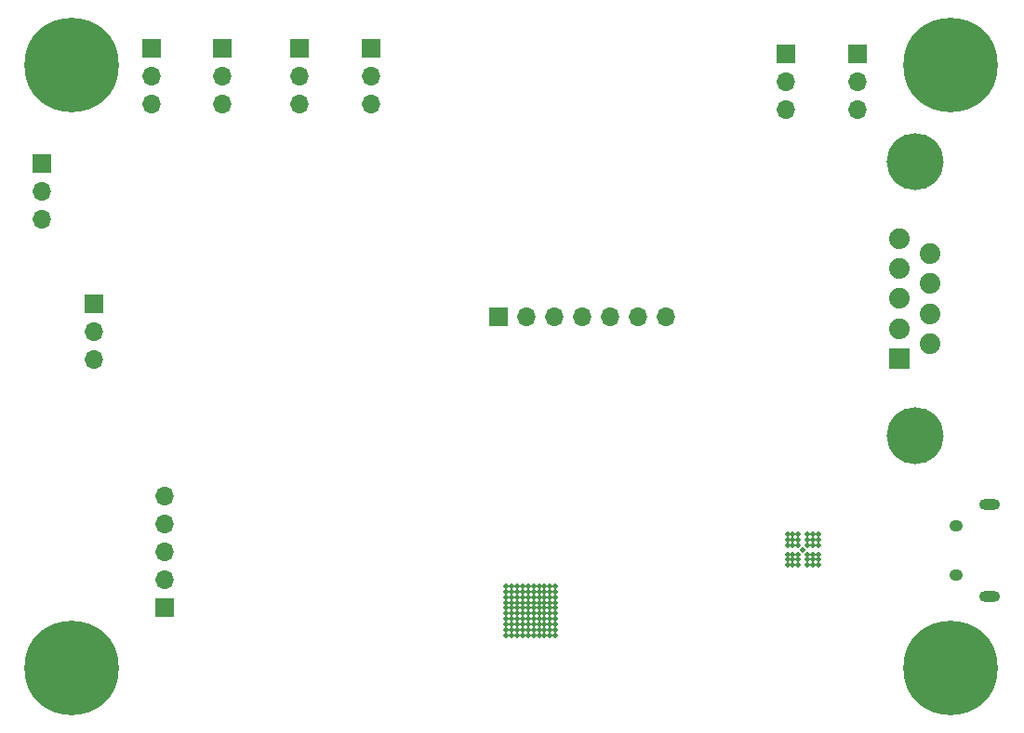
<source format=gbr>
%TF.GenerationSoftware,KiCad,Pcbnew,5.1.10-1.fc33*%
%TF.CreationDate,2021-05-26T11:17:30-04:00*%
%TF.ProjectId,UnderglowPCB,556e6465-7267-46c6-9f77-5043422e6b69,1.3.2*%
%TF.SameCoordinates,Original*%
%TF.FileFunction,Soldermask,Bot*%
%TF.FilePolarity,Negative*%
%FSLAX46Y46*%
G04 Gerber Fmt 4.6, Leading zero omitted, Abs format (unit mm)*
G04 Created by KiCad (PCBNEW 5.1.10-1.fc33) date 2021-05-26 11:17:30*
%MOMM*%
%LPD*%
G01*
G04 APERTURE LIST*
%ADD10C,0.500000*%
%ADD11O,1.700000X1.700000*%
%ADD12R,1.700000X1.700000*%
%ADD13O,1.250000X1.050000*%
%ADD14O,1.900000X1.000000*%
%ADD15C,0.900000*%
%ADD16C,8.600000*%
%ADD17C,1.879600*%
%ADD18C,5.181600*%
G04 APERTURE END LIST*
D10*
%TO.C,U1*%
X153100000Y-124950000D03*
X152600000Y-124950000D03*
X152100000Y-124950000D03*
X151600000Y-124950000D03*
X151100000Y-124950000D03*
X150600000Y-124950000D03*
X150100000Y-124950000D03*
X149600000Y-124950000D03*
X149100000Y-124950000D03*
X148600000Y-124950000D03*
X151100000Y-124450000D03*
X149600000Y-124450000D03*
X150600000Y-124450000D03*
X148600000Y-124450000D03*
X149100000Y-124450000D03*
X152100000Y-124450000D03*
X152600000Y-124450000D03*
X153100000Y-124450000D03*
X150100000Y-124450000D03*
X151600000Y-124450000D03*
X151100000Y-123950000D03*
X149600000Y-123950000D03*
X150600000Y-123950000D03*
X148600000Y-123950000D03*
X149100000Y-123950000D03*
X152100000Y-123950000D03*
X152600000Y-123950000D03*
X153100000Y-123950000D03*
X150100000Y-123950000D03*
X151600000Y-123950000D03*
X151100000Y-123450000D03*
X149600000Y-123450000D03*
X150600000Y-123450000D03*
X148600000Y-123450000D03*
X149100000Y-123450000D03*
X152100000Y-123450000D03*
X152600000Y-123450000D03*
X153100000Y-123450000D03*
X150100000Y-123450000D03*
X151600000Y-123450000D03*
X151100000Y-122950000D03*
X149600000Y-122950000D03*
X150600000Y-122950000D03*
X148600000Y-122950000D03*
X149100000Y-122950000D03*
X152100000Y-122950000D03*
X152600000Y-122950000D03*
X153100000Y-122950000D03*
X150100000Y-122950000D03*
X151600000Y-122950000D03*
X151100000Y-122450000D03*
X149600000Y-122450000D03*
X150600000Y-122450000D03*
X148600000Y-122450000D03*
X149100000Y-122450000D03*
X152100000Y-122450000D03*
X152600000Y-122450000D03*
X153100000Y-122450000D03*
X150100000Y-122450000D03*
X151600000Y-122450000D03*
X151100000Y-121950000D03*
X149600000Y-121950000D03*
X150600000Y-121950000D03*
X148600000Y-121950000D03*
X149100000Y-121950000D03*
X152100000Y-121950000D03*
X152600000Y-121950000D03*
X153100000Y-121950000D03*
X150100000Y-121950000D03*
X151600000Y-121950000D03*
X151100000Y-121450000D03*
X149600000Y-121450000D03*
X150600000Y-121450000D03*
X148600000Y-121450000D03*
X149100000Y-121450000D03*
X152100000Y-121450000D03*
X152600000Y-121450000D03*
X153100000Y-121450000D03*
X150100000Y-121450000D03*
X151600000Y-121450000D03*
X151100000Y-120950000D03*
X149600000Y-120950000D03*
X150600000Y-120950000D03*
X148600000Y-120950000D03*
X149100000Y-120950000D03*
X152100000Y-120950000D03*
X152600000Y-120950000D03*
X153100000Y-120950000D03*
X150100000Y-120950000D03*
X151600000Y-120950000D03*
X151100000Y-120450000D03*
X149600000Y-120450000D03*
X150600000Y-120450000D03*
X148600000Y-120450000D03*
X149100000Y-120450000D03*
X152100000Y-120450000D03*
X152600000Y-120450000D03*
X153100000Y-120450000D03*
X150100000Y-120450000D03*
X151600000Y-120450000D03*
%TD*%
D11*
%TO.C,J11*%
X117550000Y-112290000D03*
X117550000Y-114830000D03*
X117550000Y-117370000D03*
X117550000Y-119910000D03*
D12*
X117550000Y-122450000D03*
%TD*%
%TO.C,J12*%
X147950000Y-95950000D03*
D11*
X150490000Y-95950000D03*
X153030000Y-95950000D03*
X155570000Y-95950000D03*
X158110000Y-95950000D03*
X160650000Y-95950000D03*
X163190000Y-95950000D03*
%TD*%
%TO.C,J8*%
X174050000Y-76990000D03*
X174050000Y-74450000D03*
D12*
X174050000Y-71910000D03*
%TD*%
D10*
%TO.C,U8*%
X177000000Y-118550000D03*
X176500000Y-118550000D03*
X176000000Y-118550000D03*
X174200000Y-118550000D03*
X174700000Y-118550000D03*
X175200000Y-118550000D03*
X177000000Y-118050000D03*
X177000000Y-117550000D03*
X177000000Y-115750000D03*
X174200000Y-115750000D03*
X174200000Y-116250000D03*
X174200000Y-116750000D03*
X174200000Y-118050000D03*
X174200000Y-117550000D03*
X174700000Y-115750000D03*
X175200000Y-115750000D03*
X176500000Y-115750000D03*
X176000000Y-115750000D03*
X177000000Y-116250000D03*
X177000000Y-116750000D03*
X176500000Y-116250000D03*
X176500000Y-116750000D03*
X176000000Y-116750000D03*
X176000000Y-116250000D03*
X175200000Y-116250000D03*
X174700000Y-116250000D03*
X174700000Y-116750000D03*
X175200000Y-116750000D03*
X174700000Y-118050000D03*
X174700000Y-117550000D03*
X175200000Y-117550000D03*
X175200000Y-118050000D03*
X176500000Y-118050000D03*
X176000000Y-118050000D03*
X176000000Y-117550000D03*
X176500000Y-117550000D03*
X175600000Y-117150000D03*
%TD*%
D13*
%TO.C,J3*%
X189600000Y-119425000D03*
X189600000Y-114975000D03*
D14*
X192600000Y-121375000D03*
X192600000Y-113025000D03*
%TD*%
D15*
%TO.C,H1*%
X111330419Y-125669581D03*
X109050000Y-124725000D03*
X106769581Y-125669581D03*
X105825000Y-127950000D03*
X106769581Y-130230419D03*
X109050000Y-131175000D03*
X111330419Y-130230419D03*
X112275000Y-127950000D03*
D16*
X109050000Y-127950000D03*
%TD*%
%TO.C,H2*%
X189050000Y-72950000D03*
D15*
X185825000Y-72950000D03*
X186769581Y-70669581D03*
X189050000Y-69725000D03*
X191330419Y-70669581D03*
X192275000Y-72950000D03*
X191330419Y-75230419D03*
X189050000Y-76175000D03*
X186769581Y-75230419D03*
%TD*%
%TO.C,H3*%
X191330419Y-125669581D03*
X189050000Y-124725000D03*
X186769581Y-125669581D03*
X185825000Y-127950000D03*
X186769581Y-130230419D03*
X189050000Y-131175000D03*
X191330419Y-130230419D03*
X192275000Y-127950000D03*
D16*
X189050000Y-127950000D03*
%TD*%
%TO.C,H4*%
X109050000Y-72950000D03*
D15*
X112275000Y-72950000D03*
X111330419Y-75230419D03*
X109050000Y-76175000D03*
X106769581Y-75230419D03*
X105825000Y-72950000D03*
X106769581Y-70669581D03*
X109050000Y-69725000D03*
X111330419Y-70669581D03*
%TD*%
D11*
%TO.C,J9*%
X180550000Y-76990000D03*
X180550000Y-74450000D03*
D12*
X180550000Y-71910000D03*
%TD*%
D11*
%TO.C,J10*%
X111100000Y-99830000D03*
X111100000Y-97290000D03*
D12*
X111100000Y-94750000D03*
%TD*%
%TO.C,J4*%
X116300000Y-71410000D03*
D11*
X116300000Y-73950000D03*
X116300000Y-76490000D03*
%TD*%
%TO.C,J5*%
X122800000Y-76490000D03*
X122800000Y-73950000D03*
D12*
X122800000Y-71410000D03*
%TD*%
%TO.C,J6*%
X129800000Y-71410000D03*
D11*
X129800000Y-73950000D03*
X129800000Y-76490000D03*
%TD*%
D12*
%TO.C,J7*%
X136300000Y-71410000D03*
D11*
X136300000Y-73950000D03*
X136300000Y-76490000D03*
%TD*%
D12*
%TO.C,J1*%
X106300000Y-81950000D03*
D11*
X106300000Y-84490000D03*
X106300000Y-87030000D03*
%TD*%
D17*
%TO.C,J2*%
X184377600Y-88763600D03*
X184377600Y-91506800D03*
X184377600Y-94250000D03*
X184377600Y-96993200D03*
G36*
G01*
X183488600Y-98796600D02*
X185266600Y-98796600D01*
G75*
G02*
X185317400Y-98847400I0J-50800D01*
G01*
X185317400Y-100625400D01*
G75*
G02*
X185266600Y-100676200I-50800J0D01*
G01*
X183488600Y-100676200D01*
G75*
G02*
X183437800Y-100625400I0J50800D01*
G01*
X183437800Y-98847400D01*
G75*
G02*
X183488600Y-98796600I50800J0D01*
G01*
G37*
X187222400Y-90135200D03*
X187222400Y-92878400D03*
X187222400Y-95621600D03*
X187222400Y-98364800D03*
D18*
X185800000Y-81753200D03*
X185800000Y-106746800D03*
%TD*%
M02*

</source>
